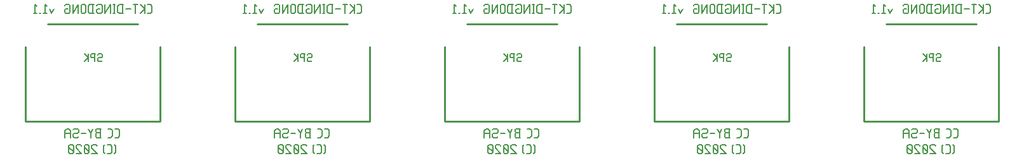
<source format=gbr>
G04 start of page 10 for group -4078 idx -4078 *
G04 Title: (unknown), bottomsilk *
G04 Creator: pcb 20140316 *
G04 CreationDate: Sun 13 Sep 2020 05:46:49 PM GMT UTC *
G04 For: railfan *
G04 Format: Gerber/RS-274X *
G04 PCB-Dimensions (mil): 5600.00 1200.00 *
G04 PCB-Coordinate-Origin: lower left *
%MOIN*%
%FSLAX25Y25*%
%LNBOTTOMSILK*%
%ADD57C,0.0100*%
%ADD56C,0.0060*%
G54D56*X198660Y101307D02*X200181D01*
X201000Y102126D02*X200181Y101307D01*
X201000Y102126D02*Y105168D01*
X200181Y105987D01*
X198660D02*X200181D01*
X197256Y101307D02*Y105987D01*
Y103647D02*X194916Y105987D01*
X197256Y103647D02*X194916Y101307D01*
X191172Y105987D02*X193512D01*
X192342Y101307D02*Y105987D01*
X187428Y103647D02*X189768D01*
X185439Y101307D02*Y105987D01*
X183918D02*X183099Y105168D01*
Y102126D02*Y105168D01*
X183918Y101307D02*X183099Y102126D01*
X183918Y101307D02*X186024D01*
X183918Y105987D02*X186024D01*
X180525D02*X181695D01*
X181110Y101307D02*Y105987D01*
X180525Y101307D02*X181695D01*
X179121D02*Y105987D01*
X176196Y101307D01*
Y105987D01*
X172452D02*X171867Y105402D01*
X172452Y105987D02*X174207D01*
X174792Y105402D02*X174207Y105987D01*
X174792Y101892D02*Y105402D01*
Y101892D02*X174207Y101307D01*
X172452D02*X174207D01*
X172452D02*X171867Y101892D01*
Y103062D01*
X172452Y103647D02*X171867Y103062D01*
X172452Y103647D02*X173622D01*
X169878Y101307D02*Y105987D01*
X168357D02*X167538Y105168D01*
Y102126D02*Y105168D01*
X168357Y101307D02*X167538Y102126D01*
X168357Y101307D02*X170463D01*
X168357Y105987D02*X170463D01*
X166134Y101892D02*Y105402D01*
X165549Y105987D01*
X164379D02*X165549D01*
X164379D02*X163794Y105402D01*
Y101892D02*Y105402D01*
X164379Y101307D02*X163794Y101892D01*
X164379Y101307D02*X165549D01*
X166134Y101892D02*X165549Y101307D01*
X162390D02*Y105987D01*
X159465Y101307D01*
Y105987D01*
X155721D02*X155136Y105402D01*
X155721Y105987D02*X157476D01*
X158061Y105402D02*X157476Y105987D01*
X158061Y101892D02*Y105402D01*
Y101892D02*X157476Y101307D01*
X155721D02*X157476D01*
X155721D02*X155136Y101892D01*
Y103062D01*
X155721Y103647D02*X155136Y103062D01*
X155721Y103647D02*X156891D01*
X149520D02*X148350Y101307D01*
X147180Y103647D02*X148350Y101307D01*
X145776Y105051D02*X144840Y105987D01*
Y101307D02*Y105987D01*
X144021Y101307D02*X145776D01*
X142032D02*X142617D01*
X140628Y105051D02*X139692Y105987D01*
Y101307D02*Y105987D01*
X138873Y101307D02*X140628D01*
X181617Y35807D02*X183138D01*
X183957Y36626D02*X183138Y35807D01*
X183957Y36626D02*Y39668D01*
X183138Y40487D01*
X181617D02*X183138D01*
X177873Y35807D02*X179394D01*
X180213Y36626D02*X179394Y35807D01*
X180213Y36626D02*Y39668D01*
X179394Y40487D01*
X177873D02*X179394D01*
X172023Y35807D02*X174363D01*
X172023D02*X171438Y36392D01*
Y37796D01*
X172023Y38381D02*X171438Y37796D01*
X172023Y38381D02*X173778D01*
Y35807D02*Y40487D01*
X172023D02*X174363D01*
X172023D02*X171438Y39902D01*
Y38966D02*Y39902D01*
X172023Y38381D02*X171438Y38966D01*
X170034Y40487D02*X168864Y38147D01*
X167694Y40487D01*
X168864Y35807D02*Y38147D01*
X163950D02*X166290D01*
X160206Y40487D02*X159621Y39902D01*
X160206Y40487D02*X161961D01*
X162546Y39902D02*X161961Y40487D01*
X162546Y38732D02*Y39902D01*
Y38732D02*X161961Y38147D01*
X160206D02*X161961D01*
X160206D02*X159621Y37562D01*
Y36392D02*Y37562D01*
X160206Y35807D02*X159621Y36392D01*
X160206Y35807D02*X161961D01*
X162546Y36392D02*X161961Y35807D01*
X158217D02*Y39317D01*
X157398Y40487D01*
X156111D02*X157398D01*
X156111D02*X155292Y39317D01*
Y35807D02*Y39317D01*
Y38147D02*X158217D01*
X182000Y27892D02*X181415Y27307D01*
X182000Y31402D02*X181415Y31987D01*
X182000Y27892D02*Y31402D01*
X177671Y27307D02*X179192D01*
X180011Y28126D02*X179192Y27307D01*
X180011Y28126D02*Y31168D01*
X179192Y31987D01*
X177671D02*X179192D01*
X176267D02*X175682Y31402D01*
Y27892D02*Y31402D01*
X176267Y27307D02*X175682Y27892D01*
X172172Y31402D02*X171587Y31987D01*
X169832D02*X171587D01*
X169832D02*X169247Y31402D01*
Y30232D02*Y31402D01*
X172172Y27307D02*X169247Y30232D01*
Y27307D02*X172172D01*
X167843Y27892D02*X167258Y27307D01*
X167843Y27892D02*Y31402D01*
X167258Y31987D01*
X166088D02*X167258D01*
X166088D02*X165503Y31402D01*
Y27892D02*Y31402D01*
X166088Y27307D02*X165503Y27892D01*
X166088Y27307D02*X167258D01*
X167843Y28477D02*X165503Y30817D01*
X164099Y31402D02*X163514Y31987D01*
X161759D02*X163514D01*
X161759D02*X161174Y31402D01*
Y30232D02*Y31402D01*
X164099Y27307D02*X161174Y30232D01*
Y27307D02*X164099D01*
X159770Y27892D02*X159185Y27307D01*
X159770Y27892D02*Y31402D01*
X159185Y31987D01*
X158015D02*X159185D01*
X158015D02*X157430Y31402D01*
Y27892D02*Y31402D01*
X158015Y27307D02*X157430Y27892D01*
X158015Y27307D02*X159185D01*
X159770Y28477D02*X157430Y30817D01*
X308660Y101307D02*X310181D01*
X311000Y102126D02*X310181Y101307D01*
X311000Y102126D02*Y105168D01*
X310181Y105987D01*
X308660D02*X310181D01*
X307256Y101307D02*Y105987D01*
Y103647D02*X304916Y105987D01*
X307256Y103647D02*X304916Y101307D01*
X301172Y105987D02*X303512D01*
X302342Y101307D02*Y105987D01*
X297428Y103647D02*X299768D01*
X295439Y101307D02*Y105987D01*
X293918D02*X293099Y105168D01*
Y102126D02*Y105168D01*
X293918Y101307D02*X293099Y102126D01*
X293918Y101307D02*X296024D01*
X293918Y105987D02*X296024D01*
X290525D02*X291695D01*
X291110Y101307D02*Y105987D01*
X290525Y101307D02*X291695D01*
X289121D02*Y105987D01*
X286196Y101307D01*
Y105987D01*
X282452D02*X281867Y105402D01*
X282452Y105987D02*X284207D01*
X284792Y105402D02*X284207Y105987D01*
X284792Y101892D02*Y105402D01*
Y101892D02*X284207Y101307D01*
X282452D02*X284207D01*
X282452D02*X281867Y101892D01*
Y103062D01*
X282452Y103647D02*X281867Y103062D01*
X282452Y103647D02*X283622D01*
X279878Y101307D02*Y105987D01*
X278357D02*X277538Y105168D01*
Y102126D02*Y105168D01*
X278357Y101307D02*X277538Y102126D01*
X278357Y101307D02*X280463D01*
X278357Y105987D02*X280463D01*
X276134Y101892D02*Y105402D01*
X275549Y105987D01*
X274379D02*X275549D01*
X274379D02*X273794Y105402D01*
Y101892D02*Y105402D01*
X274379Y101307D02*X273794Y101892D01*
X274379Y101307D02*X275549D01*
X276134Y101892D02*X275549Y101307D01*
X272390D02*Y105987D01*
X269465Y101307D01*
Y105987D01*
X265721D02*X265136Y105402D01*
X265721Y105987D02*X267476D01*
X268061Y105402D02*X267476Y105987D01*
X268061Y101892D02*Y105402D01*
Y101892D02*X267476Y101307D01*
X265721D02*X267476D01*
X265721D02*X265136Y101892D01*
Y103062D01*
X265721Y103647D02*X265136Y103062D01*
X265721Y103647D02*X266891D01*
X259520D02*X258350Y101307D01*
X257180Y103647D02*X258350Y101307D01*
X255776Y105051D02*X254840Y105987D01*
Y101307D02*Y105987D01*
X254021Y101307D02*X255776D01*
X252032D02*X252617D01*
X250628Y105051D02*X249692Y105987D01*
Y101307D02*Y105987D01*
X248873Y101307D02*X250628D01*
X291617Y35807D02*X293138D01*
X293957Y36626D02*X293138Y35807D01*
X293957Y36626D02*Y39668D01*
X293138Y40487D01*
X291617D02*X293138D01*
X287873Y35807D02*X289394D01*
X290213Y36626D02*X289394Y35807D01*
X290213Y36626D02*Y39668D01*
X289394Y40487D01*
X287873D02*X289394D01*
X282023Y35807D02*X284363D01*
X282023D02*X281438Y36392D01*
Y37796D01*
X282023Y38381D02*X281438Y37796D01*
X282023Y38381D02*X283778D01*
Y35807D02*Y40487D01*
X282023D02*X284363D01*
X282023D02*X281438Y39902D01*
Y38966D02*Y39902D01*
X282023Y38381D02*X281438Y38966D01*
X280034Y40487D02*X278864Y38147D01*
X277694Y40487D01*
X278864Y35807D02*Y38147D01*
X273950D02*X276290D01*
X270206Y40487D02*X269621Y39902D01*
X270206Y40487D02*X271961D01*
X272546Y39902D02*X271961Y40487D01*
X272546Y38732D02*Y39902D01*
Y38732D02*X271961Y38147D01*
X270206D02*X271961D01*
X270206D02*X269621Y37562D01*
Y36392D02*Y37562D01*
X270206Y35807D02*X269621Y36392D01*
X270206Y35807D02*X271961D01*
X272546Y36392D02*X271961Y35807D01*
X268217D02*Y39317D01*
X267398Y40487D01*
X266111D02*X267398D01*
X266111D02*X265292Y39317D01*
Y35807D02*Y39317D01*
Y38147D02*X268217D01*
X292000Y27892D02*X291415Y27307D01*
X292000Y31402D02*X291415Y31987D01*
X292000Y27892D02*Y31402D01*
X287671Y27307D02*X289192D01*
X290011Y28126D02*X289192Y27307D01*
X290011Y28126D02*Y31168D01*
X289192Y31987D01*
X287671D02*X289192D01*
X286267D02*X285682Y31402D01*
Y27892D02*Y31402D01*
X286267Y27307D02*X285682Y27892D01*
X282172Y31402D02*X281587Y31987D01*
X279832D02*X281587D01*
X279832D02*X279247Y31402D01*
Y30232D02*Y31402D01*
X282172Y27307D02*X279247Y30232D01*
Y27307D02*X282172D01*
X277843Y27892D02*X277258Y27307D01*
X277843Y27892D02*Y31402D01*
X277258Y31987D01*
X276088D02*X277258D01*
X276088D02*X275503Y31402D01*
Y27892D02*Y31402D01*
X276088Y27307D02*X275503Y27892D01*
X276088Y27307D02*X277258D01*
X277843Y28477D02*X275503Y30817D01*
X274099Y31402D02*X273514Y31987D01*
X271759D02*X273514D01*
X271759D02*X271174Y31402D01*
Y30232D02*Y31402D01*
X274099Y27307D02*X271174Y30232D01*
Y27307D02*X274099D01*
X269770Y27892D02*X269185Y27307D01*
X269770Y27892D02*Y31402D01*
X269185Y31987D01*
X268015D02*X269185D01*
X268015D02*X267430Y31402D01*
Y27892D02*Y31402D01*
X268015Y27307D02*X267430Y27892D01*
X268015Y27307D02*X269185D01*
X269770Y28477D02*X267430Y30817D01*
X88660Y101307D02*X90181D01*
X91000Y102126D02*X90181Y101307D01*
X91000Y102126D02*Y105168D01*
X90181Y105987D01*
X88660D02*X90181D01*
X87256Y101307D02*Y105987D01*
Y103647D02*X84916Y105987D01*
X87256Y103647D02*X84916Y101307D01*
X81172Y105987D02*X83512D01*
X82342Y101307D02*Y105987D01*
X77428Y103647D02*X79768D01*
X75439Y101307D02*Y105987D01*
X73918D02*X73099Y105168D01*
Y102126D02*Y105168D01*
X73918Y101307D02*X73099Y102126D01*
X73918Y101307D02*X76024D01*
X73918Y105987D02*X76024D01*
X70525D02*X71695D01*
X71110Y101307D02*Y105987D01*
X70525Y101307D02*X71695D01*
X69121D02*Y105987D01*
X66196Y101307D01*
Y105987D01*
X62452D02*X61867Y105402D01*
X62452Y105987D02*X64207D01*
X64792Y105402D02*X64207Y105987D01*
X64792Y101892D02*Y105402D01*
Y101892D02*X64207Y101307D01*
X62452D02*X64207D01*
X62452D02*X61867Y101892D01*
Y103062D01*
X62452Y103647D02*X61867Y103062D01*
X62452Y103647D02*X63622D01*
X59878Y101307D02*Y105987D01*
X58357D02*X57538Y105168D01*
Y102126D02*Y105168D01*
X58357Y101307D02*X57538Y102126D01*
X58357Y101307D02*X60463D01*
X58357Y105987D02*X60463D01*
X56134Y101892D02*Y105402D01*
X55549Y105987D01*
X54379D02*X55549D01*
X54379D02*X53794Y105402D01*
Y101892D02*Y105402D01*
X54379Y101307D02*X53794Y101892D01*
X54379Y101307D02*X55549D01*
X56134Y101892D02*X55549Y101307D01*
X52390D02*Y105987D01*
X49465Y101307D01*
Y105987D01*
X45721D02*X45136Y105402D01*
X45721Y105987D02*X47476D01*
X48061Y105402D02*X47476Y105987D01*
X48061Y101892D02*Y105402D01*
Y101892D02*X47476Y101307D01*
X45721D02*X47476D01*
X45721D02*X45136Y101892D01*
Y103062D01*
X45721Y103647D02*X45136Y103062D01*
X45721Y103647D02*X46891D01*
X39520D02*X38350Y101307D01*
X37180Y103647D02*X38350Y101307D01*
X35776Y105051D02*X34840Y105987D01*
Y101307D02*Y105987D01*
X34021Y101307D02*X35776D01*
X32032D02*X32617D01*
X30628Y105051D02*X29692Y105987D01*
Y101307D02*Y105987D01*
X28873Y101307D02*X30628D01*
X71617Y35807D02*X73138D01*
X73957Y36626D02*X73138Y35807D01*
X73957Y36626D02*Y39668D01*
X73138Y40487D01*
X71617D02*X73138D01*
X67873Y35807D02*X69394D01*
X70213Y36626D02*X69394Y35807D01*
X70213Y36626D02*Y39668D01*
X69394Y40487D01*
X67873D02*X69394D01*
X62023Y35807D02*X64363D01*
X62023D02*X61438Y36392D01*
Y37796D01*
X62023Y38381D02*X61438Y37796D01*
X62023Y38381D02*X63778D01*
Y35807D02*Y40487D01*
X62023D02*X64363D01*
X62023D02*X61438Y39902D01*
Y38966D02*Y39902D01*
X62023Y38381D02*X61438Y38966D01*
X60034Y40487D02*X58864Y38147D01*
X57694Y40487D01*
X58864Y35807D02*Y38147D01*
X53950D02*X56290D01*
X50206Y40487D02*X49621Y39902D01*
X50206Y40487D02*X51961D01*
X52546Y39902D02*X51961Y40487D01*
X52546Y38732D02*Y39902D01*
Y38732D02*X51961Y38147D01*
X50206D02*X51961D01*
X50206D02*X49621Y37562D01*
Y36392D02*Y37562D01*
X50206Y35807D02*X49621Y36392D01*
X50206Y35807D02*X51961D01*
X52546Y36392D02*X51961Y35807D01*
X48217D02*Y39317D01*
X47398Y40487D01*
X46111D02*X47398D01*
X46111D02*X45292Y39317D01*
Y35807D02*Y39317D01*
Y38147D02*X48217D01*
X72000Y27892D02*X71415Y27307D01*
X72000Y31402D02*X71415Y31987D01*
X72000Y27892D02*Y31402D01*
X67671Y27307D02*X69192D01*
X70011Y28126D02*X69192Y27307D01*
X70011Y28126D02*Y31168D01*
X69192Y31987D01*
X67671D02*X69192D01*
X66267D02*X65682Y31402D01*
Y27892D02*Y31402D01*
X66267Y27307D02*X65682Y27892D01*
X62172Y31402D02*X61587Y31987D01*
X59832D02*X61587D01*
X59832D02*X59247Y31402D01*
Y30232D02*Y31402D01*
X62172Y27307D02*X59247Y30232D01*
Y27307D02*X62172D01*
X57843Y27892D02*X57258Y27307D01*
X57843Y27892D02*Y31402D01*
X57258Y31987D01*
X56088D02*X57258D01*
X56088D02*X55503Y31402D01*
Y27892D02*Y31402D01*
X56088Y27307D02*X55503Y27892D01*
X56088Y27307D02*X57258D01*
X57843Y28477D02*X55503Y30817D01*
X54099Y31402D02*X53514Y31987D01*
X51759D02*X53514D01*
X51759D02*X51174Y31402D01*
Y30232D02*Y31402D01*
X54099Y27307D02*X51174Y30232D01*
Y27307D02*X54099D01*
X49770Y27892D02*X49185Y27307D01*
X49770Y27892D02*Y31402D01*
X49185Y31987D01*
X48015D02*X49185D01*
X48015D02*X47430Y31402D01*
Y27892D02*Y31402D01*
X48015Y27307D02*X47430Y27892D01*
X48015Y27307D02*X49185D01*
X49770Y28477D02*X47430Y30817D01*
X418660Y101307D02*X420181D01*
X421000Y102126D02*X420181Y101307D01*
X421000Y102126D02*Y105168D01*
X420181Y105987D01*
X418660D02*X420181D01*
X417256Y101307D02*Y105987D01*
Y103647D02*X414916Y105987D01*
X417256Y103647D02*X414916Y101307D01*
X411172Y105987D02*X413512D01*
X412342Y101307D02*Y105987D01*
X407428Y103647D02*X409768D01*
X405439Y101307D02*Y105987D01*
X403918D02*X403099Y105168D01*
Y102126D02*Y105168D01*
X403918Y101307D02*X403099Y102126D01*
X403918Y101307D02*X406024D01*
X403918Y105987D02*X406024D01*
X400525D02*X401695D01*
X401110Y101307D02*Y105987D01*
X400525Y101307D02*X401695D01*
X399121D02*Y105987D01*
X396196Y101307D01*
Y105987D01*
X392452D02*X391867Y105402D01*
X392452Y105987D02*X394207D01*
X394792Y105402D02*X394207Y105987D01*
X394792Y101892D02*Y105402D01*
Y101892D02*X394207Y101307D01*
X392452D02*X394207D01*
X392452D02*X391867Y101892D01*
Y103062D01*
X392452Y103647D02*X391867Y103062D01*
X392452Y103647D02*X393622D01*
X389878Y101307D02*Y105987D01*
X388357D02*X387538Y105168D01*
Y102126D02*Y105168D01*
X388357Y101307D02*X387538Y102126D01*
X388357Y101307D02*X390463D01*
X388357Y105987D02*X390463D01*
X386134Y101892D02*Y105402D01*
X385549Y105987D01*
X384379D02*X385549D01*
X384379D02*X383794Y105402D01*
Y101892D02*Y105402D01*
X384379Y101307D02*X383794Y101892D01*
X384379Y101307D02*X385549D01*
X386134Y101892D02*X385549Y101307D01*
X382390D02*Y105987D01*
X379465Y101307D01*
Y105987D01*
X375721D02*X375136Y105402D01*
X375721Y105987D02*X377476D01*
X378061Y105402D02*X377476Y105987D01*
X378061Y101892D02*Y105402D01*
Y101892D02*X377476Y101307D01*
X375721D02*X377476D01*
X375721D02*X375136Y101892D01*
Y103062D01*
X375721Y103647D02*X375136Y103062D01*
X375721Y103647D02*X376891D01*
X369520D02*X368350Y101307D01*
X367180Y103647D02*X368350Y101307D01*
X365776Y105051D02*X364840Y105987D01*
Y101307D02*Y105987D01*
X364021Y101307D02*X365776D01*
X362032D02*X362617D01*
X360628Y105051D02*X359692Y105987D01*
Y101307D02*Y105987D01*
X358873Y101307D02*X360628D01*
X401617Y35807D02*X403138D01*
X403957Y36626D02*X403138Y35807D01*
X403957Y36626D02*Y39668D01*
X403138Y40487D01*
X401617D02*X403138D01*
X397873Y35807D02*X399394D01*
X400213Y36626D02*X399394Y35807D01*
X400213Y36626D02*Y39668D01*
X399394Y40487D01*
X397873D02*X399394D01*
X392023Y35807D02*X394363D01*
X392023D02*X391438Y36392D01*
Y37796D01*
X392023Y38381D02*X391438Y37796D01*
X392023Y38381D02*X393778D01*
Y35807D02*Y40487D01*
X392023D02*X394363D01*
X392023D02*X391438Y39902D01*
Y38966D02*Y39902D01*
X392023Y38381D02*X391438Y38966D01*
X390034Y40487D02*X388864Y38147D01*
X387694Y40487D01*
X388864Y35807D02*Y38147D01*
X383950D02*X386290D01*
X380206Y40487D02*X379621Y39902D01*
X380206Y40487D02*X381961D01*
X382546Y39902D02*X381961Y40487D01*
X382546Y38732D02*Y39902D01*
Y38732D02*X381961Y38147D01*
X380206D02*X381961D01*
X380206D02*X379621Y37562D01*
Y36392D02*Y37562D01*
X380206Y35807D02*X379621Y36392D01*
X380206Y35807D02*X381961D01*
X382546Y36392D02*X381961Y35807D01*
X378217D02*Y39317D01*
X377398Y40487D01*
X376111D02*X377398D01*
X376111D02*X375292Y39317D01*
Y35807D02*Y39317D01*
Y38147D02*X378217D01*
X511617Y35807D02*X513138D01*
X513957Y36626D02*X513138Y35807D01*
X513957Y36626D02*Y39668D01*
X513138Y40487D01*
X511617D02*X513138D01*
X507873Y35807D02*X509394D01*
X510213Y36626D02*X509394Y35807D01*
X510213Y36626D02*Y39668D01*
X509394Y40487D01*
X507873D02*X509394D01*
X502023Y35807D02*X504363D01*
X502023D02*X501438Y36392D01*
Y37796D01*
X502023Y38381D02*X501438Y37796D01*
X502023Y38381D02*X503778D01*
Y35807D02*Y40487D01*
X502023D02*X504363D01*
X502023D02*X501438Y39902D01*
Y38966D02*Y39902D01*
X502023Y38381D02*X501438Y38966D01*
X500034Y40487D02*X498864Y38147D01*
X497694Y40487D01*
X498864Y35807D02*Y38147D01*
X493950D02*X496290D01*
X490206Y40487D02*X489621Y39902D01*
X490206Y40487D02*X491961D01*
X492546Y39902D02*X491961Y40487D01*
X492546Y38732D02*Y39902D01*
Y38732D02*X491961Y38147D01*
X490206D02*X491961D01*
X490206D02*X489621Y37562D01*
Y36392D02*Y37562D01*
X490206Y35807D02*X489621Y36392D01*
X490206Y35807D02*X491961D01*
X492546Y36392D02*X491961Y35807D01*
X488217D02*Y39317D01*
X487398Y40487D01*
X486111D02*X487398D01*
X486111D02*X485292Y39317D01*
Y35807D02*Y39317D01*
Y38147D02*X488217D01*
X402000Y27892D02*X401415Y27307D01*
X402000Y31402D02*X401415Y31987D01*
X402000Y27892D02*Y31402D01*
X397671Y27307D02*X399192D01*
X400011Y28126D02*X399192Y27307D01*
X400011Y28126D02*Y31168D01*
X399192Y31987D01*
X397671D02*X399192D01*
X396267D02*X395682Y31402D01*
Y27892D02*Y31402D01*
X396267Y27307D02*X395682Y27892D01*
X392172Y31402D02*X391587Y31987D01*
X389832D02*X391587D01*
X389832D02*X389247Y31402D01*
Y30232D02*Y31402D01*
X392172Y27307D02*X389247Y30232D01*
Y27307D02*X392172D01*
X387843Y27892D02*X387258Y27307D01*
X387843Y27892D02*Y31402D01*
X387258Y31987D01*
X386088D02*X387258D01*
X386088D02*X385503Y31402D01*
Y27892D02*Y31402D01*
X386088Y27307D02*X385503Y27892D01*
X386088Y27307D02*X387258D01*
X387843Y28477D02*X385503Y30817D01*
X384099Y31402D02*X383514Y31987D01*
X381759D02*X383514D01*
X381759D02*X381174Y31402D01*
Y30232D02*Y31402D01*
X384099Y27307D02*X381174Y30232D01*
Y27307D02*X384099D01*
X379770Y27892D02*X379185Y27307D01*
X379770Y27892D02*Y31402D01*
X379185Y31987D01*
X378015D02*X379185D01*
X378015D02*X377430Y31402D01*
Y27892D02*Y31402D01*
X378015Y27307D02*X377430Y27892D01*
X378015Y27307D02*X379185D01*
X379770Y28477D02*X377430Y30817D01*
X512000Y27892D02*X511415Y27307D01*
X512000Y31402D02*X511415Y31987D01*
X512000Y27892D02*Y31402D01*
X507671Y27307D02*X509192D01*
X510011Y28126D02*X509192Y27307D01*
X510011Y28126D02*Y31168D01*
X509192Y31987D01*
X507671D02*X509192D01*
X506267D02*X505682Y31402D01*
Y27892D02*Y31402D01*
X506267Y27307D02*X505682Y27892D01*
X502172Y31402D02*X501587Y31987D01*
X499832D02*X501587D01*
X499832D02*X499247Y31402D01*
Y30232D02*Y31402D01*
X502172Y27307D02*X499247Y30232D01*
Y27307D02*X502172D01*
X497843Y27892D02*X497258Y27307D01*
X497843Y27892D02*Y31402D01*
X497258Y31987D01*
X496088D02*X497258D01*
X496088D02*X495503Y31402D01*
Y27892D02*Y31402D01*
X496088Y27307D02*X495503Y27892D01*
X496088Y27307D02*X497258D01*
X497843Y28477D02*X495503Y30817D01*
X494099Y31402D02*X493514Y31987D01*
X491759D02*X493514D01*
X491759D02*X491174Y31402D01*
Y30232D02*Y31402D01*
X494099Y27307D02*X491174Y30232D01*
Y27307D02*X494099D01*
X489770Y27892D02*X489185Y27307D01*
X489770Y27892D02*Y31402D01*
X489185Y31987D01*
X488015D02*X489185D01*
X488015D02*X487430Y31402D01*
Y27892D02*Y31402D01*
X488015Y27307D02*X487430Y27892D01*
X488015Y27307D02*X489185D01*
X489770Y28477D02*X487430Y30817D01*
X528660Y101307D02*X530181D01*
X531000Y102126D02*X530181Y101307D01*
X531000Y102126D02*Y105168D01*
X530181Y105987D01*
X528660D02*X530181D01*
X527256Y101307D02*Y105987D01*
Y103647D02*X524916Y105987D01*
X527256Y103647D02*X524916Y101307D01*
X521172Y105987D02*X523512D01*
X522342Y101307D02*Y105987D01*
X517428Y103647D02*X519768D01*
X515439Y101307D02*Y105987D01*
X513918D02*X513099Y105168D01*
Y102126D02*Y105168D01*
X513918Y101307D02*X513099Y102126D01*
X513918Y101307D02*X516024D01*
X513918Y105987D02*X516024D01*
X510525D02*X511695D01*
X511110Y101307D02*Y105987D01*
X510525Y101307D02*X511695D01*
X509121D02*Y105987D01*
X506196Y101307D01*
Y105987D01*
X502452D02*X501867Y105402D01*
X502452Y105987D02*X504207D01*
X504792Y105402D02*X504207Y105987D01*
X504792Y101892D02*Y105402D01*
Y101892D02*X504207Y101307D01*
X502452D02*X504207D01*
X502452D02*X501867Y101892D01*
Y103062D01*
X502452Y103647D02*X501867Y103062D01*
X502452Y103647D02*X503622D01*
X499878Y101307D02*Y105987D01*
X498357D02*X497538Y105168D01*
Y102126D02*Y105168D01*
X498357Y101307D02*X497538Y102126D01*
X498357Y101307D02*X500463D01*
X498357Y105987D02*X500463D01*
X496134Y101892D02*Y105402D01*
X495549Y105987D01*
X494379D02*X495549D01*
X494379D02*X493794Y105402D01*
Y101892D02*Y105402D01*
X494379Y101307D02*X493794Y101892D01*
X494379Y101307D02*X495549D01*
X496134Y101892D02*X495549Y101307D01*
X492390D02*Y105987D01*
X489465Y101307D01*
Y105987D01*
X485721D02*X485136Y105402D01*
X485721Y105987D02*X487476D01*
X488061Y105402D02*X487476Y105987D01*
X488061Y101892D02*Y105402D01*
Y101892D02*X487476Y101307D01*
X485721D02*X487476D01*
X485721D02*X485136Y101892D01*
Y103062D01*
X485721Y103647D02*X485136Y103062D01*
X485721Y103647D02*X486891D01*
X479520D02*X478350Y101307D01*
X477180Y103647D02*X478350Y101307D01*
X475776Y105051D02*X474840Y105987D01*
Y101307D02*Y105987D01*
X474021Y101307D02*X475776D01*
X472032D02*X472617D01*
X470628Y105051D02*X469692Y105987D01*
Y101307D02*Y105987D01*
X468873Y101307D02*X470628D01*
G54D57*X256378Y95591D02*X303622D01*
X244567Y83780D02*Y44409D01*
X315433D01*
Y83780D02*Y44409D01*
X366378Y95591D02*X413622D01*
X354567Y83780D02*Y44409D01*
X425433D01*
Y83780D02*Y44409D01*
X476378Y95591D02*X523622D01*
X464567Y83780D02*Y44409D01*
X535433D01*
Y83780D02*Y44409D01*
X36378Y95591D02*X83622D01*
X24567Y83780D02*Y44409D01*
X95433D01*
Y83780D02*Y44409D01*
X146378Y95591D02*X193622D01*
X134567Y83780D02*Y44409D01*
X205433D01*
Y83780D02*Y44409D01*
G54D56*X283000Y80000D02*X282500Y79500D01*
X283000Y80000D02*X284500D01*
X285000Y79500D02*X284500Y80000D01*
X285000Y78500D02*Y79500D01*
Y78500D02*X284500Y78000D01*
X283000D02*X284500D01*
X283000D02*X282500Y77500D01*
Y76500D02*Y77500D01*
X283000Y76000D02*X282500Y76500D01*
X283000Y76000D02*X284500D01*
X285000Y76500D02*X284500Y76000D01*
X280800D02*Y80000D01*
X279300D02*X281300D01*
X279300D02*X278800Y79500D01*
Y78500D02*Y79500D01*
X279300Y78000D02*X278800Y78500D01*
X279300Y78000D02*X280800D01*
X277600Y76000D02*Y80000D01*
Y78000D02*X275600Y80000D01*
X277600Y78000D02*X275600Y76000D01*
X393000Y80000D02*X392500Y79500D01*
X393000Y80000D02*X394500D01*
X395000Y79500D02*X394500Y80000D01*
X395000Y78500D02*Y79500D01*
Y78500D02*X394500Y78000D01*
X393000D02*X394500D01*
X393000D02*X392500Y77500D01*
Y76500D02*Y77500D01*
X393000Y76000D02*X392500Y76500D01*
X393000Y76000D02*X394500D01*
X395000Y76500D02*X394500Y76000D01*
X390800D02*Y80000D01*
X389300D02*X391300D01*
X389300D02*X388800Y79500D01*
Y78500D02*Y79500D01*
X389300Y78000D02*X388800Y78500D01*
X389300Y78000D02*X390800D01*
X387600Y76000D02*Y80000D01*
Y78000D02*X385600Y80000D01*
X387600Y78000D02*X385600Y76000D01*
X503000Y80000D02*X502500Y79500D01*
X503000Y80000D02*X504500D01*
X505000Y79500D02*X504500Y80000D01*
X505000Y78500D02*Y79500D01*
Y78500D02*X504500Y78000D01*
X503000D02*X504500D01*
X503000D02*X502500Y77500D01*
Y76500D02*Y77500D01*
X503000Y76000D02*X502500Y76500D01*
X503000Y76000D02*X504500D01*
X505000Y76500D02*X504500Y76000D01*
X500800D02*Y80000D01*
X499300D02*X501300D01*
X499300D02*X498800Y79500D01*
Y78500D02*Y79500D01*
X499300Y78000D02*X498800Y78500D01*
X499300Y78000D02*X500800D01*
X497600Y76000D02*Y80000D01*
Y78000D02*X495600Y80000D01*
X497600Y78000D02*X495600Y76000D01*
X63000Y80000D02*X62500Y79500D01*
X63000Y80000D02*X64500D01*
X65000Y79500D02*X64500Y80000D01*
X65000Y78500D02*Y79500D01*
Y78500D02*X64500Y78000D01*
X63000D02*X64500D01*
X63000D02*X62500Y77500D01*
Y76500D02*Y77500D01*
X63000Y76000D02*X62500Y76500D01*
X63000Y76000D02*X64500D01*
X65000Y76500D02*X64500Y76000D01*
X60800D02*Y80000D01*
X59300D02*X61300D01*
X59300D02*X58800Y79500D01*
Y78500D02*Y79500D01*
X59300Y78000D02*X58800Y78500D01*
X59300Y78000D02*X60800D01*
X57600Y76000D02*Y80000D01*
Y78000D02*X55600Y80000D01*
X57600Y78000D02*X55600Y76000D01*
X173000Y80000D02*X172500Y79500D01*
X173000Y80000D02*X174500D01*
X175000Y79500D02*X174500Y80000D01*
X175000Y78500D02*Y79500D01*
Y78500D02*X174500Y78000D01*
X173000D02*X174500D01*
X173000D02*X172500Y77500D01*
Y76500D02*Y77500D01*
X173000Y76000D02*X172500Y76500D01*
X173000Y76000D02*X174500D01*
X175000Y76500D02*X174500Y76000D01*
X170800D02*Y80000D01*
X169300D02*X171300D01*
X169300D02*X168800Y79500D01*
Y78500D02*Y79500D01*
X169300Y78000D02*X168800Y78500D01*
X169300Y78000D02*X170800D01*
X167600Y76000D02*Y80000D01*
Y78000D02*X165600Y80000D01*
X167600Y78000D02*X165600Y76000D01*
M02*

</source>
